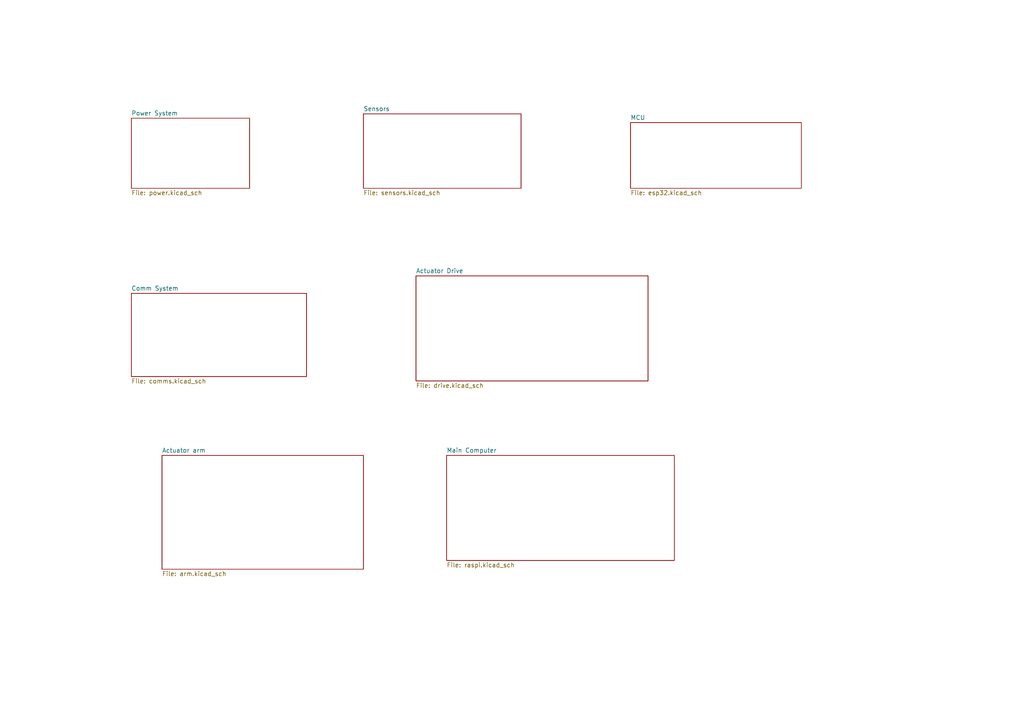
<source format=kicad_sch>
(kicad_sch
	(version 20250114)
	(generator "eeschema")
	(generator_version "9.0")
	(uuid "944dca69-5a79-4147-96ae-38c4f2d8f09a")
	(paper "A4")
	(lib_symbols)
	(sheet
		(at 129.54 132.08)
		(size 66.04 30.48)
		(exclude_from_sim no)
		(in_bom yes)
		(on_board yes)
		(dnp no)
		(fields_autoplaced yes)
		(stroke
			(width 0.1524)
			(type solid)
		)
		(fill
			(color 0 0 0 0.0000)
		)
		(uuid "0a8e4380-c749-4dfd-8b8b-6c5d8dcd6e65")
		(property "Sheetname" "Main Computer"
			(at 129.54 131.3684 0)
			(effects
				(font
					(size 1.27 1.27)
				)
				(justify left bottom)
			)
		)
		(property "Sheetfile" "raspi.kicad_sch"
			(at 129.54 163.1446 0)
			(effects
				(font
					(size 1.27 1.27)
				)
				(justify left top)
			)
		)
		(instances
			(project "MINI Rover Design"
				(path "/944dca69-5a79-4147-96ae-38c4f2d8f09a"
					(page "8")
				)
			)
		)
	)
	(sheet
		(at 182.88 35.56)
		(size 49.53 19.05)
		(exclude_from_sim no)
		(in_bom yes)
		(on_board yes)
		(dnp no)
		(fields_autoplaced yes)
		(stroke
			(width 0.1524)
			(type solid)
		)
		(fill
			(color 0 0 0 0.0000)
		)
		(uuid "0ea5965e-cbeb-477e-abf2-cd44a9a5c1b2")
		(property "Sheetname" "MCU"
			(at 182.88 34.8484 0)
			(effects
				(font
					(size 1.27 1.27)
				)
				(justify left bottom)
			)
		)
		(property "Sheetfile" "esp32.kicad_sch"
			(at 182.88 55.1946 0)
			(effects
				(font
					(size 1.27 1.27)
				)
				(justify left top)
			)
		)
		(instances
			(project "MINI Rover Design"
				(path "/944dca69-5a79-4147-96ae-38c4f2d8f09a"
					(page "4")
				)
			)
		)
	)
	(sheet
		(at 120.65 80.01)
		(size 67.31 30.48)
		(exclude_from_sim no)
		(in_bom yes)
		(on_board yes)
		(dnp no)
		(fields_autoplaced yes)
		(stroke
			(width 0.1524)
			(type solid)
		)
		(fill
			(color 0 0 0 0.0000)
		)
		(uuid "4c5dc3e8-ebe4-4374-9c0c-ff339fc458de")
		(property "Sheetname" "Actuator Drive"
			(at 120.65 79.2984 0)
			(effects
				(font
					(size 1.27 1.27)
				)
				(justify left bottom)
			)
		)
		(property "Sheetfile" "drive.kicad_sch"
			(at 120.65 111.0746 0)
			(effects
				(font
					(size 1.27 1.27)
				)
				(justify left top)
			)
		)
		(instances
			(project "MINI Rover Design"
				(path "/944dca69-5a79-4147-96ae-38c4f2d8f09a"
					(page "6")
				)
			)
		)
	)
	(sheet
		(at 105.41 33.02)
		(size 45.72 21.59)
		(exclude_from_sim no)
		(in_bom yes)
		(on_board yes)
		(dnp no)
		(fields_autoplaced yes)
		(stroke
			(width 0.1524)
			(type solid)
		)
		(fill
			(color 0 0 0 0.0000)
		)
		(uuid "4db0bc02-a9e6-4d10-a6d5-f7a00a5cbc4b")
		(property "Sheetname" "Sensors"
			(at 105.41 32.3084 0)
			(effects
				(font
					(size 1.27 1.27)
				)
				(justify left bottom)
			)
		)
		(property "Sheetfile" "sensors.kicad_sch"
			(at 105.41 55.1946 0)
			(effects
				(font
					(size 1.27 1.27)
				)
				(justify left top)
			)
		)
		(instances
			(project "MINI Rover Design"
				(path "/944dca69-5a79-4147-96ae-38c4f2d8f09a"
					(page "3")
				)
			)
		)
	)
	(sheet
		(at 38.1 85.09)
		(size 50.8 24.13)
		(exclude_from_sim no)
		(in_bom yes)
		(on_board yes)
		(dnp no)
		(fields_autoplaced yes)
		(stroke
			(width 0.1524)
			(type solid)
		)
		(fill
			(color 0 0 0 0.0000)
		)
		(uuid "5b10f1c8-0578-4d42-8b8a-144899733288")
		(property "Sheetname" "Comm System"
			(at 38.1 84.3784 0)
			(effects
				(font
					(size 1.27 1.27)
				)
				(justify left bottom)
			)
		)
		(property "Sheetfile" "comms.kicad_sch"
			(at 38.1 109.8046 0)
			(effects
				(font
					(size 1.27 1.27)
				)
				(justify left top)
			)
		)
		(instances
			(project "MINI Rover Design"
				(path "/944dca69-5a79-4147-96ae-38c4f2d8f09a"
					(page "5")
				)
			)
		)
	)
	(sheet
		(at 38.1 34.29)
		(size 34.29 20.32)
		(exclude_from_sim no)
		(in_bom yes)
		(on_board yes)
		(dnp no)
		(fields_autoplaced yes)
		(stroke
			(width 0.1524)
			(type solid)
		)
		(fill
			(color 0 0 0 0.0000)
		)
		(uuid "720c0735-a378-4a5e-85e8-10738b0e0955")
		(property "Sheetname" "Power System"
			(at 38.1 33.5784 0)
			(effects
				(font
					(size 1.27 1.27)
				)
				(justify left bottom)
			)
		)
		(property "Sheetfile" "power.kicad_sch"
			(at 38.1 55.1946 0)
			(effects
				(font
					(size 1.27 1.27)
				)
				(justify left top)
			)
		)
		(instances
			(project "MINI Rover Design"
				(path "/944dca69-5a79-4147-96ae-38c4f2d8f09a"
					(page "2")
				)
			)
		)
	)
	(sheet
		(at 46.99 132.08)
		(size 58.42 33.02)
		(exclude_from_sim no)
		(in_bom yes)
		(on_board yes)
		(dnp no)
		(fields_autoplaced yes)
		(stroke
			(width 0.1524)
			(type solid)
		)
		(fill
			(color 0 0 0 0.0000)
		)
		(uuid "b2e923af-ddc3-4740-80d1-72cfe2ae18ed")
		(property "Sheetname" "Actuator arm"
			(at 46.99 131.3684 0)
			(effects
				(font
					(size 1.27 1.27)
				)
				(justify left bottom)
			)
		)
		(property "Sheetfile" "arm.kicad_sch"
			(at 46.99 165.6846 0)
			(effects
				(font
					(size 1.27 1.27)
				)
				(justify left top)
			)
		)
		(instances
			(project "MINI Rover Design"
				(path "/944dca69-5a79-4147-96ae-38c4f2d8f09a"
					(page "7")
				)
			)
		)
	)
	(sheet_instances
		(path "/"
			(page "1")
		)
	)
	(embedded_fonts no)
)

</source>
